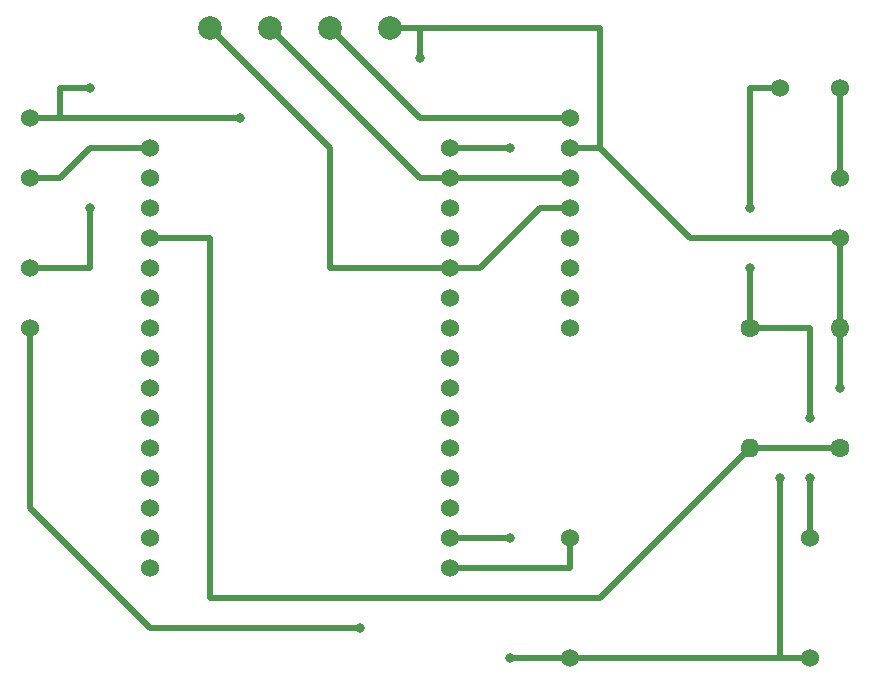
<source format=gbr>
%TF.GenerationSoftware,KiCad,Pcbnew,7.0.8*%
%TF.CreationDate,2025-10-26T01:44:15+02:00*%
%TF.ProjectId,Gyroskopicky-ovladac,4779726f-736b-46f7-9069-636b792d6f76,rev?*%
%TF.SameCoordinates,Original*%
%TF.FileFunction,Copper,L1,Top*%
%TF.FilePolarity,Positive*%
%FSLAX46Y46*%
G04 Gerber Fmt 4.6, Leading zero omitted, Abs format (unit mm)*
G04 Created by KiCad (PCBNEW 7.0.8) date 2025-10-26 01:44:15*
%MOMM*%
%LPD*%
G01*
G04 APERTURE LIST*
%TA.AperFunction,ComponentPad*%
%ADD10C,2.000000*%
%TD*%
%TA.AperFunction,ComponentPad*%
%ADD11C,1.600000*%
%TD*%
%TA.AperFunction,ComponentPad*%
%ADD12O,1.600000X1.600000*%
%TD*%
%TA.AperFunction,ComponentPad*%
%ADD13C,1.524000*%
%TD*%
%TA.AperFunction,ViaPad*%
%ADD14C,0.800000*%
%TD*%
%TA.AperFunction,Conductor*%
%ADD15C,0.500000*%
%TD*%
G04 APERTURE END LIST*
D10*
%TO.P,OLED1,1,Pin_1*%
%TO.N,SDA*%
X78740000Y-58420000D03*
%TO.P,OLED1,2,Pin_2*%
%TO.N,SCL*%
X83820000Y-58420000D03*
%TO.P,OLED1,3,Pin_3*%
%TO.N,VCC3V3*%
X88900000Y-58420000D03*
%TO.P,OLED1,4,Pin_4*%
%TO.N,GND*%
X93980000Y-58420000D03*
%TD*%
D11*
%TO.P,R1,1*%
%TO.N,D34*%
X132080000Y-93980000D03*
D12*
%TO.P,R1,2*%
%TO.N,GND*%
X132080000Y-83820000D03*
%TD*%
D13*
%TO.P,Menu1,1,Pin_1*%
%TO.N,GND*%
X63500000Y-78740000D03*
%TO.P,Menu1,2,Pin_2*%
%TO.N,D23*%
X63500000Y-83820000D03*
%TD*%
%TO.P,Switch1,1,Pin_1*%
%TO.N,STRI*%
X127000000Y-63500000D03*
%TO.P,Switch1,2,Pin_2*%
%TO.N,BTSI*%
X132080000Y-63500000D03*
%TD*%
D11*
%TO.P,R2,1*%
%TO.N,STRI*%
X124460000Y-83820000D03*
D12*
%TO.P,R2,2*%
%TO.N,D34*%
X124460000Y-93980000D03*
%TD*%
D13*
%TO.P,Reboot1,1,Pin_1*%
%TO.N,GND*%
X63500000Y-66040000D03*
%TO.P,Reboot1,2,Pin_2*%
%TO.N,EN*%
X63500000Y-71120000D03*
%TD*%
%TO.P,Regulator3V3,1,IN-*%
%TO.N,GND*%
X129540000Y-111760000D03*
%TO.P,Regulator3V3,2,IN+*%
%TO.N,STRI*%
X129540000Y-101600000D03*
%TO.P,Regulator3V3,3,OUT-*%
%TO.N,GND*%
X109220000Y-111760000D03*
%TO.P,Regulator3V3,4,OUT+*%
%TO.N,VCC3V3*%
X109220000Y-101600000D03*
%TD*%
%TO.P,ESP1,1,3v3*%
%TO.N,VCC3V3*%
X99060000Y-104140000D03*
%TO.P,ESP1,2,GND*%
%TO.N,GND*%
X99060000Y-101600000D03*
%TO.P,ESP1,3,GPIO15*%
%TO.N,unconnected-(ESP1-GPIO15-Pad3)*%
X99060000Y-99060000D03*
%TO.P,ESP1,4,GPIO2*%
%TO.N,unconnected-(ESP1-GPIO2-Pad4)*%
X99060000Y-96520000D03*
%TO.P,ESP1,5,GPIO4*%
%TO.N,unconnected-(ESP1-GPIO4-Pad5)*%
X99060000Y-93980000D03*
%TO.P,ESP1,6,GPIO16*%
%TO.N,unconnected-(ESP1-GPIO16-Pad6)*%
X99060000Y-91440000D03*
%TO.P,ESP1,7,GPIO17*%
%TO.N,unconnected-(ESP1-GPIO17-Pad7)*%
X99060000Y-88900000D03*
%TO.P,ESP1,8,GPIO5*%
%TO.N,unconnected-(ESP1-GPIO5-Pad8)*%
X99060000Y-86360000D03*
%TO.P,ESP1,9,GPIO18*%
%TO.N,unconnected-(ESP1-GPIO18-Pad9)*%
X99060000Y-83820000D03*
%TO.P,ESP1,10,GPIO19*%
%TO.N,unconnected-(ESP1-GPIO19-Pad10)*%
X99060000Y-81280000D03*
%TO.P,ESP1,11,GPIO21*%
%TO.N,SDA*%
X99060000Y-78740000D03*
%TO.P,ESP1,12,RX0*%
%TO.N,unconnected-(ESP1-RX0-Pad12)*%
X99060000Y-76200000D03*
%TO.P,ESP1,13,TX0*%
%TO.N,unconnected-(ESP1-TX0-Pad13)*%
X99060000Y-73660000D03*
%TO.P,ESP1,14,GPIO22*%
%TO.N,SCL*%
X99060000Y-71120000D03*
%TO.P,ESP1,15,GPIO23*%
%TO.N,D23*%
X99060000Y-68580000D03*
%TO.P,ESP1,16,VN*%
%TO.N,unconnected-(ESP1-VN-Pad16)*%
X73660000Y-104140000D03*
%TO.P,ESP1,17,GND*%
%TO.N,unconnected-(ESP1-GND-Pad17)*%
X73660000Y-101600000D03*
%TO.P,ESP1,18,GPIO13*%
%TO.N,unconnected-(ESP1-GPIO13-Pad18)*%
X73660000Y-99060000D03*
%TO.P,ESP1,19,GPIO12*%
%TO.N,unconnected-(ESP1-GPIO12-Pad19)*%
X73660000Y-96520000D03*
%TO.P,ESP1,20,GPIO14*%
%TO.N,unconnected-(ESP1-GPIO14-Pad20)*%
X73660000Y-93980000D03*
%TO.P,ESP1,21,GPIO27*%
%TO.N,unconnected-(ESP1-GPIO27-Pad21)*%
X73660000Y-91440000D03*
%TO.P,ESP1,22,GPIO26*%
%TO.N,unconnected-(ESP1-GPIO26-Pad22)*%
X73660000Y-88900000D03*
%TO.P,ESP1,23,GPIO25*%
%TO.N,unconnected-(ESP1-GPIO25-Pad23)*%
X73660000Y-86360000D03*
%TO.P,ESP1,24,GPIO33*%
%TO.N,unconnected-(ESP1-GPIO33-Pad24)*%
X73660000Y-83820000D03*
%TO.P,ESP1,25,GPIO32*%
%TO.N,unconnected-(ESP1-GPIO32-Pad25)*%
X73660000Y-81280000D03*
%TO.P,ESP1,26,GPIO35*%
%TO.N,unconnected-(ESP1-GPIO35-Pad26)*%
X73660000Y-78740000D03*
%TO.P,ESP1,27,GPIO34*%
%TO.N,D34*%
X73660000Y-76200000D03*
%TO.P,ESP1,28,VN*%
%TO.N,unconnected-(ESP1-VN-Pad28)*%
X73660000Y-73660000D03*
%TO.P,ESP1,29,VP*%
%TO.N,unconnected-(ESP1-VP-Pad29)*%
X73660000Y-71120000D03*
%TO.P,ESP1,30,EN*%
%TO.N,EN*%
X73660000Y-68580000D03*
%TD*%
%TO.P,MPU1,1,VCC*%
%TO.N,VCC3V3*%
X109220000Y-66040000D03*
%TO.P,MPU1,2,GND*%
%TO.N,GND*%
X109220000Y-68580000D03*
%TO.P,MPU1,3,SCL*%
%TO.N,SCL*%
X109220000Y-71120000D03*
%TO.P,MPU1,4,SDA*%
%TO.N,SDA*%
X109220000Y-73660000D03*
%TO.P,MPU1,5,XDA*%
%TO.N,unconnected-(MPU1-XDA-Pad5)*%
X109220000Y-76200000D03*
%TO.P,MPU1,6,XCL*%
%TO.N,unconnected-(MPU1-XCL-Pad6)*%
X109220000Y-78740000D03*
%TO.P,MPU1,7,ADD*%
%TO.N,unconnected-(MPU1-ADD-Pad7)*%
X109220000Y-81280000D03*
%TO.P,MPU1,8,INT*%
%TO.N,unconnected-(MPU1-INT-Pad8)*%
X109220000Y-83820000D03*
%TD*%
%TO.P,Battery1,1,Pin_1*%
%TO.N,GND*%
X132080000Y-76200000D03*
%TO.P,Battery1,2,Pin_2*%
%TO.N,BTSI*%
X132080000Y-71120000D03*
%TD*%
D14*
%TO.N,GND*%
X127000000Y-96520000D03*
X81280000Y-66040000D03*
X132080000Y-88900000D03*
X68580000Y-73660000D03*
X104140000Y-101600000D03*
X68580000Y-63500000D03*
X104140000Y-111760000D03*
X96520000Y-60960000D03*
%TO.N,D23*%
X91440000Y-109220000D03*
X104140000Y-68580000D03*
%TO.N,STRI*%
X124460000Y-73660000D03*
X129540000Y-96520000D03*
X124460000Y-78740000D03*
X129540000Y-91440000D03*
%TD*%
D15*
%TO.N,GND*%
X111760000Y-68580000D02*
X109220000Y-68580000D01*
X99060000Y-101600000D02*
X104140000Y-101600000D01*
X63500000Y-78740000D02*
X68580000Y-78740000D01*
X66040000Y-66040000D02*
X81280000Y-66040000D01*
X68580000Y-63500000D02*
X66040000Y-63500000D01*
X111760000Y-58420000D02*
X111760000Y-68580000D01*
X132080000Y-76200000D02*
X119380000Y-76200000D01*
X93980000Y-58420000D02*
X96520000Y-58420000D01*
X127000000Y-111760000D02*
X129540000Y-111760000D01*
X96520000Y-60960000D02*
X96520000Y-58420000D01*
X68580000Y-78740000D02*
X68580000Y-73660000D01*
X127000000Y-96520000D02*
X127000000Y-111760000D01*
X109220000Y-111760000D02*
X127000000Y-111760000D01*
X132080000Y-83820000D02*
X132080000Y-88900000D01*
X119380000Y-76200000D02*
X111760000Y-68580000D01*
X132080000Y-83820000D02*
X132080000Y-76200000D01*
X104140000Y-111760000D02*
X109220000Y-111760000D01*
X96520000Y-58420000D02*
X111760000Y-58420000D01*
X66040000Y-63500000D02*
X66040000Y-66040000D01*
X63500000Y-66040000D02*
X66040000Y-66040000D01*
%TO.N,BTSI*%
X132080000Y-71120000D02*
X132080000Y-63500000D01*
%TO.N,VCC3V3*%
X88900000Y-58420000D02*
X96520000Y-66040000D01*
X96520000Y-66040000D02*
X109220000Y-66040000D01*
X109220000Y-104140000D02*
X99060000Y-104140000D01*
X109220000Y-101600000D02*
X109220000Y-104140000D01*
%TO.N,SDA*%
X78740000Y-58420000D02*
X88900000Y-68580000D01*
X88900000Y-68580000D02*
X88900000Y-78740000D01*
X101600000Y-78740000D02*
X106680000Y-73660000D01*
X106680000Y-73660000D02*
X109220000Y-73660000D01*
X99060000Y-78740000D02*
X101600000Y-78740000D01*
X88900000Y-78740000D02*
X99060000Y-78740000D01*
%TO.N,SCL*%
X99060000Y-71120000D02*
X96520000Y-71120000D01*
X109220000Y-71120000D02*
X99060000Y-71120000D01*
X96520000Y-71120000D02*
X83820000Y-58420000D01*
%TO.N,D23*%
X63500000Y-83820000D02*
X63500000Y-99060000D01*
X73660000Y-109220000D02*
X91440000Y-109220000D01*
X63500000Y-99060000D02*
X73660000Y-109220000D01*
X104140000Y-68580000D02*
X99060000Y-68580000D01*
%TO.N,D34*%
X78740000Y-76200000D02*
X73660000Y-76200000D01*
X124460000Y-93980000D02*
X111760000Y-106680000D01*
X124460000Y-93980000D02*
X132080000Y-93980000D01*
X78740000Y-106680000D02*
X78740000Y-76200000D01*
X111760000Y-106680000D02*
X78740000Y-106680000D01*
%TO.N,EN*%
X66040000Y-71120000D02*
X68580000Y-68580000D01*
X68580000Y-68580000D02*
X73660000Y-68580000D01*
X63500000Y-71120000D02*
X66040000Y-71120000D01*
%TO.N,STRI*%
X129540000Y-83820000D02*
X129540000Y-91440000D01*
X124460000Y-83820000D02*
X124460000Y-78740000D01*
X129540000Y-96520000D02*
X129540000Y-101600000D01*
X124460000Y-63500000D02*
X127000000Y-63500000D01*
X124460000Y-83820000D02*
X129540000Y-83820000D01*
X124460000Y-73660000D02*
X124460000Y-63500000D01*
%TD*%
M02*

</source>
